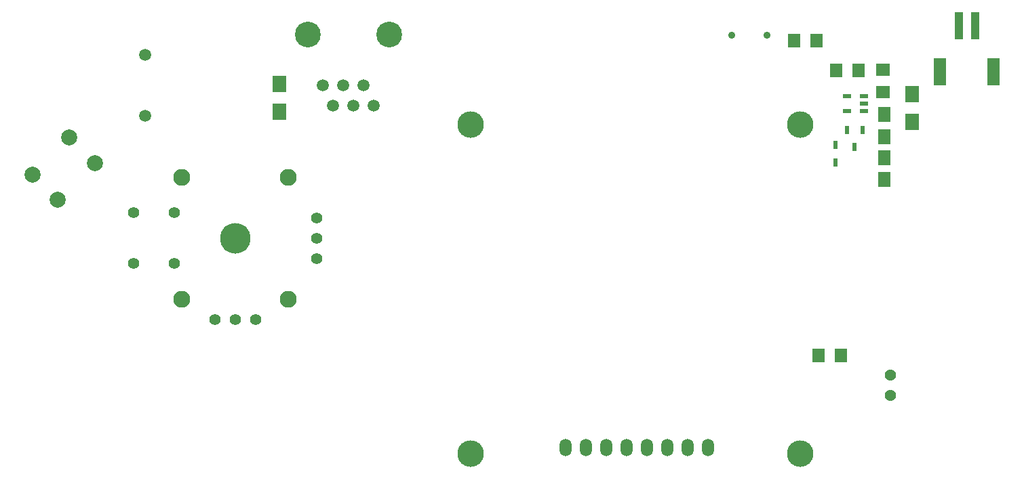
<source format=gbr>
%TF.GenerationSoftware,KiCad,Pcbnew,(5.1.5)-2*%
%TF.CreationDate,2019-12-16T21:25:58-05:00*%
%TF.ProjectId,Game_Cat,47616d65-5f43-4617-942e-6b696361645f,2.8*%
%TF.SameCoordinates,Original*%
%TF.FileFunction,Soldermask,Bot*%
%TF.FilePolarity,Negative*%
%FSLAX46Y46*%
G04 Gerber Fmt 4.6, Leading zero omitted, Abs format (unit mm)*
G04 Created by KiCad (PCBNEW (5.1.5)-2) date 2019-12-16 21:25:58*
%MOMM*%
%LPD*%
G04 APERTURE LIST*
%ADD10C,2.013980*%
%ADD11R,1.513600X3.410980*%
%ADD12R,1.513600X3.413520*%
%ADD13R,1.013220X3.512580*%
%ADD14R,1.010680X3.512580*%
%ADD15C,1.515000*%
%ADD16R,1.516140X1.965720*%
%ADD17R,1.615200X1.818400*%
%ADD18R,0.614440X1.015760*%
%ADD19R,1.714260X2.115580*%
%ADD20C,3.825000*%
%ADD21C,1.412000*%
%ADD22C,2.110500*%
%ADD23C,1.422160*%
%ADD24C,3.317000*%
%ADD25O,1.513600X2.199400*%
%ADD26C,1.437400*%
%ADD27R,1.818400X1.615200*%
%ADD28C,1.516140*%
%ADD29C,3.215400*%
%ADD30R,1.015760X0.614440*%
%ADD31C,0.914160*%
G04 APERTURE END LIST*
D10*
%TO.C,B0*%
X73740247Y-89716356D03*
X65959753Y-91131644D03*
X70557644Y-86533753D03*
X69142356Y-94314247D03*
%TD*%
D11*
%TO.C,BAT1*%
X179278280Y-78265020D03*
D12*
X185971180Y-78265020D03*
D13*
X181625240Y-72517000D03*
D14*
X183626760Y-72517000D03*
%TD*%
D15*
%TO.C,BZ1*%
X80010000Y-76210000D03*
X80010000Y-83810000D03*
%TD*%
D16*
%TO.C,C17*%
X172312713Y-83648380D03*
X172312713Y-86396660D03*
%TD*%
%TO.C,C18*%
X172300000Y-89025860D03*
X172300000Y-91774140D03*
%TD*%
D17*
%TO.C,C27*%
X164103000Y-113800000D03*
X166897000Y-113800000D03*
%TD*%
D18*
%TO.C,D3*%
X166216713Y-87478701D03*
X166216713Y-89678341D03*
%TD*%
D19*
%TO.C,D4*%
X96774000Y-79804260D03*
X96774000Y-83263740D03*
%TD*%
%TO.C,D5*%
X175768000Y-81074260D03*
X175768000Y-84533740D03*
%TD*%
D20*
%TO.C,J1*%
X91249500Y-99085400D03*
D21*
X93789500Y-109245400D03*
X91249500Y-109245400D03*
X88709500Y-109245400D03*
D22*
X84582000Y-91465400D03*
X97917000Y-91465400D03*
X97917000Y-106705400D03*
X84582000Y-106705400D03*
D21*
X101409500Y-96545400D03*
X101409500Y-99085400D03*
X101409500Y-101625400D03*
D23*
X83629500Y-95910400D03*
X83629500Y-102260400D03*
X78549500Y-95910400D03*
X78549500Y-102260400D03*
%TD*%
D24*
%TO.C,LCD1*%
X161804000Y-84863400D03*
X120656000Y-84863400D03*
X161804000Y-126011400D03*
X120656000Y-126011400D03*
D25*
X132540000Y-125247400D03*
X135080000Y-125247400D03*
X137620000Y-125247400D03*
X140160000Y-125247400D03*
X142700000Y-125247400D03*
X145240000Y-125247400D03*
X147780000Y-125247400D03*
X150320000Y-125247400D03*
%TD*%
D18*
%TO.C,Q6*%
X167677213Y-85576241D03*
X168629713Y-87689521D03*
X169582213Y-85576241D03*
%TD*%
D26*
%TO.C,R6*%
X173101000Y-116205000D03*
X173101000Y-118745000D03*
%TD*%
D27*
%TO.C,R30*%
X172185714Y-80831521D03*
X172185714Y-78037521D03*
%TD*%
D17*
%TO.C,R31*%
X169137713Y-78164520D03*
X166343713Y-78164520D03*
%TD*%
%TO.C,R32*%
X161036000Y-74396600D03*
X163830000Y-74396600D03*
%TD*%
D28*
%TO.C,RJ1*%
X108585000Y-82550000D03*
X107315000Y-80010000D03*
X106045000Y-82550000D03*
X104775000Y-80010000D03*
X103505000Y-82550000D03*
X102235000Y-80010000D03*
D29*
X100330000Y-73660000D03*
X110490000Y-73660000D03*
%TD*%
D30*
%TO.C,U9*%
X167659431Y-81339522D03*
X167659431Y-83244522D03*
X169772711Y-82292022D03*
X169772711Y-83244522D03*
X169772711Y-81339522D03*
%TD*%
D31*
%TO.C,USB1*%
X153248360Y-73761600D03*
X157645100Y-73761600D03*
%TD*%
M02*

</source>
